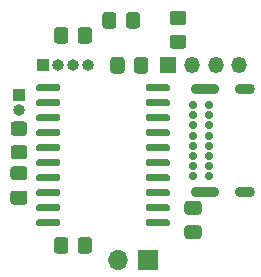
<source format=gbr>
%TF.GenerationSoftware,KiCad,Pcbnew,(5.1.7)-1*%
%TF.CreationDate,2021-06-11T01:00:18-05:00*%
%TF.ProjectId,lamp_pcb,6c616d70-5f70-4636-922e-6b696361645f,rev?*%
%TF.SameCoordinates,Original*%
%TF.FileFunction,Soldermask,Top*%
%TF.FilePolarity,Negative*%
%FSLAX46Y46*%
G04 Gerber Fmt 4.6, Leading zero omitted, Abs format (unit mm)*
G04 Created by KiCad (PCBNEW (5.1.7)-1) date 2021-06-11 01:00:18*
%MOMM*%
%LPD*%
G01*
G04 APERTURE LIST*
%ADD10O,1.000000X1.000000*%
%ADD11R,1.000000X1.000000*%
%ADD12O,1.350000X1.350000*%
%ADD13R,1.350000X1.350000*%
%ADD14O,1.700000X1.700000*%
%ADD15R,1.700000X1.700000*%
%ADD16O,1.700000X0.900000*%
%ADD17O,2.400000X0.900000*%
%ADD18C,0.700000*%
G04 APERTURE END LIST*
D10*
%TO.C,J3*%
X159250000Y-109220000D03*
D11*
X159250000Y-107950000D03*
%TD*%
D12*
%TO.C,D1*%
X177900000Y-105410000D03*
X175900000Y-105410000D03*
X173900000Y-105410000D03*
D13*
X171900000Y-105410000D03*
%TD*%
%TO.C,R6*%
G36*
G01*
X164230000Y-121100001D02*
X164230000Y-120199999D01*
G75*
G02*
X164479999Y-119950000I249999J0D01*
G01*
X165180001Y-119950000D01*
G75*
G02*
X165430000Y-120199999I0J-249999D01*
G01*
X165430000Y-121100001D01*
G75*
G02*
X165180001Y-121350000I-249999J0D01*
G01*
X164479999Y-121350000D01*
G75*
G02*
X164230000Y-121100001I0J249999D01*
G01*
G37*
G36*
G01*
X162230000Y-121100001D02*
X162230000Y-120199999D01*
G75*
G02*
X162479999Y-119950000I249999J0D01*
G01*
X163180001Y-119950000D01*
G75*
G02*
X163430000Y-120199999I0J-249999D01*
G01*
X163430000Y-121100001D01*
G75*
G02*
X163180001Y-121350000I-249999J0D01*
G01*
X162479999Y-121350000D01*
G75*
G02*
X162230000Y-121100001I0J249999D01*
G01*
G37*
%TD*%
%TO.C,R5*%
G36*
G01*
X163430000Y-102419999D02*
X163430000Y-103320001D01*
G75*
G02*
X163180001Y-103570000I-249999J0D01*
G01*
X162479999Y-103570000D01*
G75*
G02*
X162230000Y-103320001I0J249999D01*
G01*
X162230000Y-102419999D01*
G75*
G02*
X162479999Y-102170000I249999J0D01*
G01*
X163180001Y-102170000D01*
G75*
G02*
X163430000Y-102419999I0J-249999D01*
G01*
G37*
G36*
G01*
X165430000Y-102419999D02*
X165430000Y-103320001D01*
G75*
G02*
X165180001Y-103570000I-249999J0D01*
G01*
X164479999Y-103570000D01*
G75*
G02*
X164230000Y-103320001I0J249999D01*
G01*
X164230000Y-102419999D01*
G75*
G02*
X164479999Y-102170000I249999J0D01*
G01*
X165180001Y-102170000D01*
G75*
G02*
X165430000Y-102419999I0J-249999D01*
G01*
G37*
%TD*%
D14*
%TO.C,J1*%
X167640000Y-121920000D03*
D15*
X170180000Y-121920000D03*
%TD*%
D10*
%TO.C,J2*%
X165100000Y-105410000D03*
X163830000Y-105410000D03*
X162560000Y-105410000D03*
D11*
X161290000Y-105410000D03*
%TD*%
D16*
%TO.C,P1*%
X178350000Y-107450000D03*
X178350000Y-116100000D03*
D17*
X174970000Y-107450000D03*
X174970000Y-116100000D03*
D18*
X175340000Y-111350000D03*
X175340000Y-108800000D03*
X175340000Y-109650000D03*
X175340000Y-110500000D03*
X175340000Y-114750000D03*
X175340000Y-113050000D03*
X175340000Y-112200000D03*
X175340000Y-113900000D03*
X173990000Y-108800000D03*
X173990000Y-109650000D03*
X173990000Y-110500000D03*
X173990000Y-111350000D03*
X173990000Y-112200000D03*
X173990000Y-113050000D03*
X173990000Y-113900000D03*
X173990000Y-114750000D03*
%TD*%
%TO.C,U1*%
G36*
G01*
X169995000Y-107465000D02*
X169995000Y-107165000D01*
G75*
G02*
X170145000Y-107015000I150000J0D01*
G01*
X171895000Y-107015000D01*
G75*
G02*
X172045000Y-107165000I0J-150000D01*
G01*
X172045000Y-107465000D01*
G75*
G02*
X171895000Y-107615000I-150000J0D01*
G01*
X170145000Y-107615000D01*
G75*
G02*
X169995000Y-107465000I0J150000D01*
G01*
G37*
G36*
G01*
X169995000Y-108735000D02*
X169995000Y-108435000D01*
G75*
G02*
X170145000Y-108285000I150000J0D01*
G01*
X171895000Y-108285000D01*
G75*
G02*
X172045000Y-108435000I0J-150000D01*
G01*
X172045000Y-108735000D01*
G75*
G02*
X171895000Y-108885000I-150000J0D01*
G01*
X170145000Y-108885000D01*
G75*
G02*
X169995000Y-108735000I0J150000D01*
G01*
G37*
G36*
G01*
X169995000Y-110005000D02*
X169995000Y-109705000D01*
G75*
G02*
X170145000Y-109555000I150000J0D01*
G01*
X171895000Y-109555000D01*
G75*
G02*
X172045000Y-109705000I0J-150000D01*
G01*
X172045000Y-110005000D01*
G75*
G02*
X171895000Y-110155000I-150000J0D01*
G01*
X170145000Y-110155000D01*
G75*
G02*
X169995000Y-110005000I0J150000D01*
G01*
G37*
G36*
G01*
X169995000Y-111275000D02*
X169995000Y-110975000D01*
G75*
G02*
X170145000Y-110825000I150000J0D01*
G01*
X171895000Y-110825000D01*
G75*
G02*
X172045000Y-110975000I0J-150000D01*
G01*
X172045000Y-111275000D01*
G75*
G02*
X171895000Y-111425000I-150000J0D01*
G01*
X170145000Y-111425000D01*
G75*
G02*
X169995000Y-111275000I0J150000D01*
G01*
G37*
G36*
G01*
X169995000Y-112545000D02*
X169995000Y-112245000D01*
G75*
G02*
X170145000Y-112095000I150000J0D01*
G01*
X171895000Y-112095000D01*
G75*
G02*
X172045000Y-112245000I0J-150000D01*
G01*
X172045000Y-112545000D01*
G75*
G02*
X171895000Y-112695000I-150000J0D01*
G01*
X170145000Y-112695000D01*
G75*
G02*
X169995000Y-112545000I0J150000D01*
G01*
G37*
G36*
G01*
X169995000Y-113815000D02*
X169995000Y-113515000D01*
G75*
G02*
X170145000Y-113365000I150000J0D01*
G01*
X171895000Y-113365000D01*
G75*
G02*
X172045000Y-113515000I0J-150000D01*
G01*
X172045000Y-113815000D01*
G75*
G02*
X171895000Y-113965000I-150000J0D01*
G01*
X170145000Y-113965000D01*
G75*
G02*
X169995000Y-113815000I0J150000D01*
G01*
G37*
G36*
G01*
X169995000Y-115085000D02*
X169995000Y-114785000D01*
G75*
G02*
X170145000Y-114635000I150000J0D01*
G01*
X171895000Y-114635000D01*
G75*
G02*
X172045000Y-114785000I0J-150000D01*
G01*
X172045000Y-115085000D01*
G75*
G02*
X171895000Y-115235000I-150000J0D01*
G01*
X170145000Y-115235000D01*
G75*
G02*
X169995000Y-115085000I0J150000D01*
G01*
G37*
G36*
G01*
X169995000Y-116355000D02*
X169995000Y-116055000D01*
G75*
G02*
X170145000Y-115905000I150000J0D01*
G01*
X171895000Y-115905000D01*
G75*
G02*
X172045000Y-116055000I0J-150000D01*
G01*
X172045000Y-116355000D01*
G75*
G02*
X171895000Y-116505000I-150000J0D01*
G01*
X170145000Y-116505000D01*
G75*
G02*
X169995000Y-116355000I0J150000D01*
G01*
G37*
G36*
G01*
X169995000Y-117625000D02*
X169995000Y-117325000D01*
G75*
G02*
X170145000Y-117175000I150000J0D01*
G01*
X171895000Y-117175000D01*
G75*
G02*
X172045000Y-117325000I0J-150000D01*
G01*
X172045000Y-117625000D01*
G75*
G02*
X171895000Y-117775000I-150000J0D01*
G01*
X170145000Y-117775000D01*
G75*
G02*
X169995000Y-117625000I0J150000D01*
G01*
G37*
G36*
G01*
X169995000Y-118895000D02*
X169995000Y-118595000D01*
G75*
G02*
X170145000Y-118445000I150000J0D01*
G01*
X171895000Y-118445000D01*
G75*
G02*
X172045000Y-118595000I0J-150000D01*
G01*
X172045000Y-118895000D01*
G75*
G02*
X171895000Y-119045000I-150000J0D01*
G01*
X170145000Y-119045000D01*
G75*
G02*
X169995000Y-118895000I0J150000D01*
G01*
G37*
G36*
G01*
X160695000Y-118895000D02*
X160695000Y-118595000D01*
G75*
G02*
X160845000Y-118445000I150000J0D01*
G01*
X162595000Y-118445000D01*
G75*
G02*
X162745000Y-118595000I0J-150000D01*
G01*
X162745000Y-118895000D01*
G75*
G02*
X162595000Y-119045000I-150000J0D01*
G01*
X160845000Y-119045000D01*
G75*
G02*
X160695000Y-118895000I0J150000D01*
G01*
G37*
G36*
G01*
X160695000Y-117625000D02*
X160695000Y-117325000D01*
G75*
G02*
X160845000Y-117175000I150000J0D01*
G01*
X162595000Y-117175000D01*
G75*
G02*
X162745000Y-117325000I0J-150000D01*
G01*
X162745000Y-117625000D01*
G75*
G02*
X162595000Y-117775000I-150000J0D01*
G01*
X160845000Y-117775000D01*
G75*
G02*
X160695000Y-117625000I0J150000D01*
G01*
G37*
G36*
G01*
X160695000Y-116355000D02*
X160695000Y-116055000D01*
G75*
G02*
X160845000Y-115905000I150000J0D01*
G01*
X162595000Y-115905000D01*
G75*
G02*
X162745000Y-116055000I0J-150000D01*
G01*
X162745000Y-116355000D01*
G75*
G02*
X162595000Y-116505000I-150000J0D01*
G01*
X160845000Y-116505000D01*
G75*
G02*
X160695000Y-116355000I0J150000D01*
G01*
G37*
G36*
G01*
X160695000Y-115085000D02*
X160695000Y-114785000D01*
G75*
G02*
X160845000Y-114635000I150000J0D01*
G01*
X162595000Y-114635000D01*
G75*
G02*
X162745000Y-114785000I0J-150000D01*
G01*
X162745000Y-115085000D01*
G75*
G02*
X162595000Y-115235000I-150000J0D01*
G01*
X160845000Y-115235000D01*
G75*
G02*
X160695000Y-115085000I0J150000D01*
G01*
G37*
G36*
G01*
X160695000Y-113815000D02*
X160695000Y-113515000D01*
G75*
G02*
X160845000Y-113365000I150000J0D01*
G01*
X162595000Y-113365000D01*
G75*
G02*
X162745000Y-113515000I0J-150000D01*
G01*
X162745000Y-113815000D01*
G75*
G02*
X162595000Y-113965000I-150000J0D01*
G01*
X160845000Y-113965000D01*
G75*
G02*
X160695000Y-113815000I0J150000D01*
G01*
G37*
G36*
G01*
X160695000Y-112545000D02*
X160695000Y-112245000D01*
G75*
G02*
X160845000Y-112095000I150000J0D01*
G01*
X162595000Y-112095000D01*
G75*
G02*
X162745000Y-112245000I0J-150000D01*
G01*
X162745000Y-112545000D01*
G75*
G02*
X162595000Y-112695000I-150000J0D01*
G01*
X160845000Y-112695000D01*
G75*
G02*
X160695000Y-112545000I0J150000D01*
G01*
G37*
G36*
G01*
X160695000Y-111275000D02*
X160695000Y-110975000D01*
G75*
G02*
X160845000Y-110825000I150000J0D01*
G01*
X162595000Y-110825000D01*
G75*
G02*
X162745000Y-110975000I0J-150000D01*
G01*
X162745000Y-111275000D01*
G75*
G02*
X162595000Y-111425000I-150000J0D01*
G01*
X160845000Y-111425000D01*
G75*
G02*
X160695000Y-111275000I0J150000D01*
G01*
G37*
G36*
G01*
X160695000Y-110005000D02*
X160695000Y-109705000D01*
G75*
G02*
X160845000Y-109555000I150000J0D01*
G01*
X162595000Y-109555000D01*
G75*
G02*
X162745000Y-109705000I0J-150000D01*
G01*
X162745000Y-110005000D01*
G75*
G02*
X162595000Y-110155000I-150000J0D01*
G01*
X160845000Y-110155000D01*
G75*
G02*
X160695000Y-110005000I0J150000D01*
G01*
G37*
G36*
G01*
X160695000Y-108735000D02*
X160695000Y-108435000D01*
G75*
G02*
X160845000Y-108285000I150000J0D01*
G01*
X162595000Y-108285000D01*
G75*
G02*
X162745000Y-108435000I0J-150000D01*
G01*
X162745000Y-108735000D01*
G75*
G02*
X162595000Y-108885000I-150000J0D01*
G01*
X160845000Y-108885000D01*
G75*
G02*
X160695000Y-108735000I0J150000D01*
G01*
G37*
G36*
G01*
X160695000Y-107465000D02*
X160695000Y-107165000D01*
G75*
G02*
X160845000Y-107015000I150000J0D01*
G01*
X162595000Y-107015000D01*
G75*
G02*
X162745000Y-107165000I0J-150000D01*
G01*
X162745000Y-107465000D01*
G75*
G02*
X162595000Y-107615000I-150000J0D01*
G01*
X160845000Y-107615000D01*
G75*
G02*
X160695000Y-107465000I0J150000D01*
G01*
G37*
%TD*%
%TO.C,R4*%
G36*
G01*
X158799999Y-112160000D02*
X159700001Y-112160000D01*
G75*
G02*
X159950000Y-112409999I0J-249999D01*
G01*
X159950000Y-113110001D01*
G75*
G02*
X159700001Y-113360000I-249999J0D01*
G01*
X158799999Y-113360000D01*
G75*
G02*
X158550000Y-113110001I0J249999D01*
G01*
X158550000Y-112409999D01*
G75*
G02*
X158799999Y-112160000I249999J0D01*
G01*
G37*
G36*
G01*
X158799999Y-110160000D02*
X159700001Y-110160000D01*
G75*
G02*
X159950000Y-110409999I0J-249999D01*
G01*
X159950000Y-111110001D01*
G75*
G02*
X159700001Y-111360000I-249999J0D01*
G01*
X158799999Y-111360000D01*
G75*
G02*
X158550000Y-111110001I0J249999D01*
G01*
X158550000Y-110409999D01*
G75*
G02*
X158799999Y-110160000I249999J0D01*
G01*
G37*
%TD*%
%TO.C,R3*%
G36*
G01*
X168200000Y-104959999D02*
X168200000Y-105860001D01*
G75*
G02*
X167950001Y-106110000I-249999J0D01*
G01*
X167249999Y-106110000D01*
G75*
G02*
X167000000Y-105860001I0J249999D01*
G01*
X167000000Y-104959999D01*
G75*
G02*
X167249999Y-104710000I249999J0D01*
G01*
X167950001Y-104710000D01*
G75*
G02*
X168200000Y-104959999I0J-249999D01*
G01*
G37*
G36*
G01*
X170200000Y-104959999D02*
X170200000Y-105860001D01*
G75*
G02*
X169950001Y-106110000I-249999J0D01*
G01*
X169249999Y-106110000D01*
G75*
G02*
X169000000Y-105860001I0J249999D01*
G01*
X169000000Y-104959999D01*
G75*
G02*
X169249999Y-104710000I249999J0D01*
G01*
X169950001Y-104710000D01*
G75*
G02*
X170200000Y-104959999I0J-249999D01*
G01*
G37*
%TD*%
%TO.C,R2*%
G36*
G01*
X167510000Y-101149999D02*
X167510000Y-102050001D01*
G75*
G02*
X167260001Y-102300000I-249999J0D01*
G01*
X166559999Y-102300000D01*
G75*
G02*
X166310000Y-102050001I0J249999D01*
G01*
X166310000Y-101149999D01*
G75*
G02*
X166559999Y-100900000I249999J0D01*
G01*
X167260001Y-100900000D01*
G75*
G02*
X167510000Y-101149999I0J-249999D01*
G01*
G37*
G36*
G01*
X169510000Y-101149999D02*
X169510000Y-102050001D01*
G75*
G02*
X169260001Y-102300000I-249999J0D01*
G01*
X168559999Y-102300000D01*
G75*
G02*
X168310000Y-102050001I0J249999D01*
G01*
X168310000Y-101149999D01*
G75*
G02*
X168559999Y-100900000I249999J0D01*
G01*
X169260001Y-100900000D01*
G75*
G02*
X169510000Y-101149999I0J-249999D01*
G01*
G37*
%TD*%
%TO.C,R1*%
G36*
G01*
X172269999Y-102800000D02*
X173170001Y-102800000D01*
G75*
G02*
X173420000Y-103049999I0J-249999D01*
G01*
X173420000Y-103750001D01*
G75*
G02*
X173170001Y-104000000I-249999J0D01*
G01*
X172269999Y-104000000D01*
G75*
G02*
X172020000Y-103750001I0J249999D01*
G01*
X172020000Y-103049999D01*
G75*
G02*
X172269999Y-102800000I249999J0D01*
G01*
G37*
G36*
G01*
X172269999Y-100800000D02*
X173170001Y-100800000D01*
G75*
G02*
X173420000Y-101049999I0J-249999D01*
G01*
X173420000Y-101750001D01*
G75*
G02*
X173170001Y-102000000I-249999J0D01*
G01*
X172269999Y-102000000D01*
G75*
G02*
X172020000Y-101750001I0J249999D01*
G01*
X172020000Y-101049999D01*
G75*
G02*
X172269999Y-100800000I249999J0D01*
G01*
G37*
%TD*%
%TO.C,C2*%
G36*
G01*
X158775000Y-116020000D02*
X159725000Y-116020000D01*
G75*
G02*
X159975000Y-116270000I0J-250000D01*
G01*
X159975000Y-116945000D01*
G75*
G02*
X159725000Y-117195000I-250000J0D01*
G01*
X158775000Y-117195000D01*
G75*
G02*
X158525000Y-116945000I0J250000D01*
G01*
X158525000Y-116270000D01*
G75*
G02*
X158775000Y-116020000I250000J0D01*
G01*
G37*
G36*
G01*
X158775000Y-113945000D02*
X159725000Y-113945000D01*
G75*
G02*
X159975000Y-114195000I0J-250000D01*
G01*
X159975000Y-114870000D01*
G75*
G02*
X159725000Y-115120000I-250000J0D01*
G01*
X158775000Y-115120000D01*
G75*
G02*
X158525000Y-114870000I0J250000D01*
G01*
X158525000Y-114195000D01*
G75*
G02*
X158775000Y-113945000I250000J0D01*
G01*
G37*
%TD*%
%TO.C,C1*%
G36*
G01*
X174465000Y-118050000D02*
X173515000Y-118050000D01*
G75*
G02*
X173265000Y-117800000I0J250000D01*
G01*
X173265000Y-117125000D01*
G75*
G02*
X173515000Y-116875000I250000J0D01*
G01*
X174465000Y-116875000D01*
G75*
G02*
X174715000Y-117125000I0J-250000D01*
G01*
X174715000Y-117800000D01*
G75*
G02*
X174465000Y-118050000I-250000J0D01*
G01*
G37*
G36*
G01*
X174465000Y-120125000D02*
X173515000Y-120125000D01*
G75*
G02*
X173265000Y-119875000I0J250000D01*
G01*
X173265000Y-119200000D01*
G75*
G02*
X173515000Y-118950000I250000J0D01*
G01*
X174465000Y-118950000D01*
G75*
G02*
X174715000Y-119200000I0J-250000D01*
G01*
X174715000Y-119875000D01*
G75*
G02*
X174465000Y-120125000I-250000J0D01*
G01*
G37*
%TD*%
M02*

</source>
